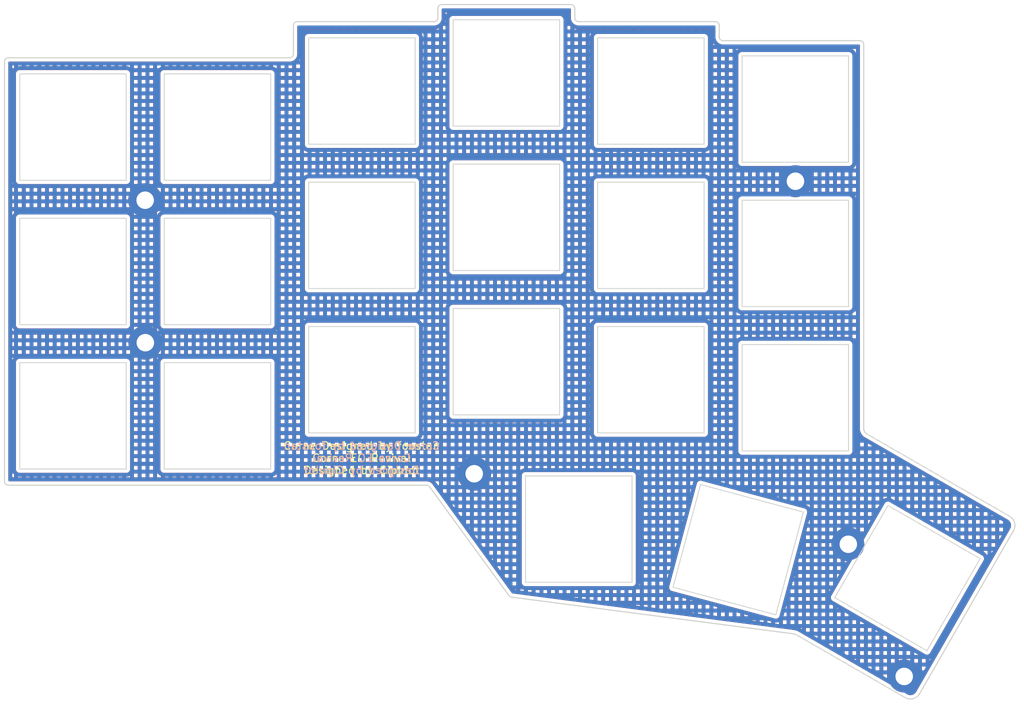
<source format=kicad_pcb>
(kicad_pcb (version 20211014) (generator pcbnew)
  (title_block (title "Corne EC Revival | NIZ Plate") (date "2022-01-28") (rev "1.0") (comment 1 "Copyright © 2021 Cipulot") (comment 2 "MIT License"))
  (layers (0 "F.Cu" signal) (31 "B.Cu" signal) (34 "B.Paste" user) (35 "F.Paste" user) (36 "B.SilkS" user "B.Silkscreen") (37 "F.SilkS" user "F.Silkscreen") (38 "B.Mask" user) (39 "F.Mask" user) (44 "Edge.Cuts" user))
  (net 0 "")
  (net 1 "GNDA")
  (footprint "kbd:SW_Hole" (layer "F.Cu") (at 191.175 78.7)
    (fp_text reference "SW2" hide)
    (fp_text value "KEY_SWITCH" hide)
    (fp_line (start 7 -7) (end -7 -7) (layer "Edge.Cuts") (width 0.12))
    (fp_line (start 7 7) (end 7 -7) (layer "Edge.Cuts") (width 0.12))
    (fp_line (start -7 7) (end 7 7) (layer "Edge.Cuts") (width 0.12))
    (fp_line (start -7 -7) (end -7 7) (layer "Edge.Cuts") (width 0.12))
  )
  (footprint "kbd:SW_Hole" (layer "F.Cu") (at 134.175 57.325)
    (fp_text reference "SW2" hide)
    (fp_text value "KEY_SWITCH" hide)
    (fp_line (start 7 -7) (end -7 -7) (layer "Edge.Cuts") (width 0.12))
    (fp_line (start 7 7) (end 7 -7) (layer "Edge.Cuts") (width 0.12))
    (fp_line (start -7 -7) (end -7 7) (layer "Edge.Cuts") (width 0.12))
    (fp_line (start -7 7) (end 7 7) (layer "Edge.Cuts") (width 0.12))
  )
  (footprint "kbd:SW_Hole" (layer "F.Cu") (at 134.175 76.325)
    (fp_text reference "SW2" hide)
    (fp_text value "KEY_SWITCH" hide)
    (fp_line (start -7 -7) (end -7 7) (layer "Edge.Cuts") (width 0.12))
    (fp_line (start -7 7) (end 7 7) (layer "Edge.Cuts") (width 0.12))
    (fp_line (start 7 7) (end 7 -7) (layer "Edge.Cuts") (width 0.12))
    (fp_line (start 7 -7) (end -7 -7) (layer "Edge.Cuts") (width 0.12))
  )
  (footprint "kbd:M2_Hole_TH" (layer "F.Cu") (at 105.6886 90.45)
    (fp_text reference "" (at 0 -3.2) (layer "F.SilkS"))
    (fp_text value "")
    (pad "" thru_hole circle locked (at 0 0) (size 4.2 4.2) (drill 2.3) (layers *.Cu *.Mask) (net 1 "GNDA"))
  )
  (footprint "kbd:SW_Hole" (layer "F.Cu") (at 183.657 117.694 -15)
    (fp_text reference "SW2" hide)
    (fp_text value "KEY_SWITCH" hide)
    (fp_line (start -7 7) (end 7 7) (layer "Edge.Cuts") (width 0.12))
    (fp_line (start 7 7) (end 7 -7) (layer "Edge.Cuts") (width 0.12))
    (fp_line (start 7 -7) (end -7 -7) (layer "Edge.Cuts") (width 0.12))
    (fp_line (start -7 -7) (end -7 7) (layer "Edge.Cuts") (width 0.12))
  )
  (footprint "kbd:SW_Hole" (layer "F.Cu") (at 115.175 100.075)
    (fp_text reference "SW2" hide)
    (fp_text value "KEY_SWITCH" hide)
    (fp_line (start 7 -7) (end -7 -7) (layer "Edge.Cuts") (width 0.12))
    (fp_line (start -7 7) (end 7 7) (layer "Edge.Cuts") (width 0.12))
    (fp_line (start 7 7) (end 7 -7) (layer "Edge.Cuts") (width 0.12))
    (fp_line (start -7 -7) (end -7 7) (layer "Edge.Cuts") (width 0.12))
  )
  (footprint "kbd:SW_Hole" (layer "F.Cu") (at 172.175 76.325)
    (fp_text reference "SW2" hide)
    (fp_text value "KEY_SWITCH" hide)
    (fp_line (start 7 -7) (end -7 -7) (layer "Edge.Cuts") (width 0.12))
    (fp_line (start 7 7) (end 7 -7) (layer "Edge.Cuts") (width 0.12))
    (fp_line (start -7 -7) (end -7 7) (layer "Edge.Cuts") (width 0.12))
    (fp_line (start -7 7) (end 7 7) (layer "Edge.Cuts") (width 0.12))
  )
  (footprint "kbd:SW_Hole" (layer "F.Cu") (at 162.695 114.985)
    (fp_text reference "SW2" hide)
    (fp_text value "KEY_SWITCH" hide)
    (fp_line (start 7 7) (end 7 -7) (layer "Edge.Cuts") (width 0.12))
    (fp_line (start -7 -7) (end -7 7) (layer "Edge.Cuts") (width 0.12))
    (fp_line (start -7 7) (end 7 7) (layer "Edge.Cuts") (width 0.12))
    (fp_line (start 7 -7) (end -7 -7) (layer "Edge.Cuts") (width 0.12))
  )
  (footprint "kbd:M2_Hole_TH" (layer "F.Cu") (at 105.665 71.7)
    (fp_text reference "" (at 0 -3.2) (layer "F.SilkS"))
    (fp_text value "")
    (pad "" thru_hole circle locked (at 0 0) (size 4.2 4.2) (drill 2.3) (layers *.Cu *.Mask) (net 1 "GNDA"))
  )
  (footprint "kbd:SW_Hole" (layer "F.Cu") (at 153.175 54.95)
    (fp_text reference "SW2" hide)
    (fp_text value "KEY_SWITCH" hide)
    (fp_line (start 7 7) (end 7 -7) (layer "Edge.Cuts") (width 0.12))
    (fp_line (start -7 -7) (end -7 7) (layer "Edge.Cuts") (width 0.12))
    (fp_line (start 7 -7) (end -7 -7) (layer "Edge.Cuts") (width 0.12))
    (fp_line (start -7 7) (end 7 7) (layer "Edge.Cuts") (width 0.12))
  )
  (footprint "kbd:SW_Hole" (layer "F.Cu") (at 134.175 95.325)
    (fp_text reference "SW2" hide)
    (fp_text value "KEY_SWITCH" hide)
    (fp_line (start 7 -7) (end -7 -7) (layer "Edge.Cuts") (width 0.12))
    (fp_line (start -7 7) (end 7 7) (layer "Edge.Cuts") (width 0.12))
    (fp_line (start -7 -7) (end -7 7) (layer "Edge.Cuts") (width 0.12))
    (fp_line (start 7 7) (end 7 -7) (layer "Edge.Cuts") (width 0.12))
  )
  (footprint "kbd:SW_Hole" (layer "F.Cu") (at 96.175 81.075)
    (fp_text reference "SW2" hide)
    (fp_text value "KEY_SWITCH" hide)
    (fp_line (start 7 7) (end 7 -7) (layer "Edge.Cuts") (width 0.12))
    (fp_line (start -7 -7) (end -7 7) (layer "Edge.Cuts") (width 0.12))
    (fp_line (start -7 7) (end 7 7) (layer "Edge.Cuts") (width 0.12))
    (fp_line (start 7 -7) (end -7 -7) (layer "Edge.Cuts") (width 0.12))
  )
  (footprint "kbd:SW_Hole" (layer "F.Cu") (at 96.175 62.075)
    (fp_text reference "SW2" hide)
    (fp_text value "KEY_SWITCH" hide)
    (fp_line (start -7 7) (end 7 7) (layer "Edge.Cuts") (width 0.12))
    (fp_line (start 7 7) (end 7 -7) (layer "Edge.Cuts") (width 0.12))
    (fp_line (start -7 -7) (end -7 7) (layer "Edge.Cuts") (width 0.12))
    (fp_line (start 7 -7) (end -7 -7) (layer "Edge.Cuts") (width 0.12))
  )
  (footprint "kbd:SW_Hole" (layer "F.Cu") (at 115.175 62.075)
    (fp_text reference "SW2" hide)
    (fp_text value "KEY_SWITCH" hide)
    (fp_line (start -7 -7) (end -7 7) (layer "Edge.Cuts") (width 0.12))
    (fp_line (start 7 7) (end 7 -7) (layer "Edge.Cuts") (width 0.12))
    (fp_line (start -7 7) (end 7 7) (layer "Edge.Cuts") (width 0.12))
    (fp_line (start 7 -7) (end -7 -7) (layer "Edge.Cuts") (width 0.12))
  )
  (footprint "kbd:M2_Hole_TH" (layer "F.Cu") (at 191.1886 69.2)
    (fp_text reference "" (at 0 -3.2) (layer "F.SilkS"))
    (fp_text value "")
    (pad "" thru_hole circle locked (at 0 0) (size 4.2 4.2) (drill 2.3) (layers *.Cu *.Mask) (net 1 "GNDA"))
  )
  (footprint "kbd:M2_Hole_TH" (layer "F.Cu") (at 198.14 116.9788)
    (fp_text reference "" (at 0 -3.2) (layer "F.SilkS"))
    (fp_text value "")
    (pad "" thru_hole circle locked (at 0 0) (size 4.2 4.2) (drill 2.3) (layers *.Cu *.Mask) (net 1 "GNDA"))
  )
  (footprint "kbd:SW_Hole" (layer "F.Cu") (at 191.175 97.7)
    (fp_text reference "SW2" hide)
    (fp_text value "KEY_SWITCH" hide)
    (fp_line (start -7 7) (end 7 7) (layer "Edge.Cuts") (width 0.12))
    (fp_line (start 7 -7) (end -7 -7) (layer "Edge.Cuts") (width 0.12))
    (fp_line (start -7 -7) (end -7 7) (layer "Edge.Cuts") (width 0.12))
    (fp_line (start 7 7) (end 7 -7) (layer "Edge.Cuts") (width 0.12))
  )
  (footprint "kbd:SW_Hole" (layer "F.Cu") (at 172.175 57.325)
    (fp_text reference "SW2" hide)
    (fp_text value "KEY_SWITCH" hide)
    (fp_line (start -7 -7) (end -7 7) (layer "Edge.Cuts") (width 0.12))
    (fp_line (start 7 -7) (end -7 -7) (layer "Edge.Cuts") (width 0.12))
    (fp_line (start -7 7) (end 7 7) (layer "Edge.Cuts") (width 0.12))
    (fp_line (start 7 7) (end 7 -7) (layer "Edge.Cuts") (width 0.12))
  )
  (footprint "kbd:SW_Hole" (layer "F.Cu") (at 153.175 92.95)
    (fp_text reference "SW2" hide)
    (fp_text value "KEY_SWITCH" hide)
    (fp_line (start -7 7) (end 7 7) (layer "Edge.Cuts") (width 0.12))
    (fp_line (start 7 -7) (end -7 -7) (layer "Edge.Cuts") (width 0.12))
    (fp_line (start 7 7) (end 7 -7) (layer "Edge.Cuts") (width 0.12))
    (fp_line (start -7 -7) (end -7 7) (layer "Edge.Cuts") (width 0.12))
  )
  (footprint "kbd:SW_Hole" (layer "F.Cu") (at 191.175 59.7)
    (fp_text reference "SW2" hide)
    (fp_text value "KEY_SWITCH" hide)
    (fp_line (start 7 7) (end 7 -7) (layer "Edge.Cuts") (width 0.12))
    (fp_line (start -7 -7) (end -7 7) (layer "Edge.Cuts") (width 0.12))
    (fp_line (start -7 7) (end 7 7) (layer "Edge.Cuts") (width 0.12))
    (fp_line (start 7 -7) (end -7 -7) (layer "Edge.Cuts") (width 0.12))
  )
  (footprint "kbd:SW_Hole" (layer "F.Cu") (at 153.175 73.95)
    (fp_text reference "SW2" hide)
    (fp_text value "KEY_SWITCH" hide)
    (fp_line (start 7 7) (end 7 -7) (layer "Edge.Cuts") (width 0.12))
    (fp_line (start -7 7) (end 7 7) (layer "Edge.Cuts") (width 0.12))
    (fp_line (start 7 -7) (end -7 -7) (layer "Edge.Cuts") (width 0.12))
    (fp_line (start -7 -7) (end -7 7) (layer "Edge.Cuts") (width 0.12))
  )
  (footprint "kbd:M2_Hole_TH" (layer "F.Cu") (at 205.49 134.3788)
    (fp_text reference "" (at 0 -3.2) (layer "F.SilkS"))
    (fp_text value "")
    (pad "" thru_hole circle locked (at 0 0) (size 4.2 4.2) (drill 2.3) (layers *.Cu *.Mask) (net 1 "GNDA"))
  )
  (footprint "kbd:SW_Hole" (layer "F.Cu") (at 205.915 121.435 -30)
    (fp_text reference "SW2" hide)
    (fp_text value "KEY_SWITCH" hide)
    (fp_line (start 7 7) (end 7 -7) (layer "Edge.Cuts") (width 0.12))
    (fp_line (start 7 -7) (end -7 -7) (layer "Edge.Cuts") (width 0.12))
    (fp_line (start -7 -7) (end -7 7) (layer "Edge.Cuts") (width 0.12))
    (fp_line (start -7 7) (end 7 7) (layer "Edge.Cuts") (width 0.12))
  )
  (footprint "kbd:SW_Hole" (layer "F.Cu") (at 115.175 81.075)
    (fp_text reference "SW2" hide)
    (fp_text value "KEY_SWITCH" hide)
    (fp_line (start 7 -7) (end -7 -7) (layer "Edge.Cuts") (width 0.12))
    (fp_line (start 7 7) (end 7 -7) (layer "Edge.Cuts") (width 0.12))
    (fp_line (start -7 7) (end 7 7) (layer "Edge.Cuts") (width 0.12))
    (fp_line (start -7 -7) (end -7 7) (layer "Edge.Cuts") (width 0.12))
  )
  (footprint "kbd:SW_Hole" (layer "F.Cu") (at 96.175 100.075)
    (fp_text reference "SW2" hide)
    (fp_text value "KEY_SWITCH" hide)
    (fp_line (start 7 -7) (end -7 -7) (layer "Edge.Cuts") (width 0.12))
    (fp_line (start 7 7) (end 7 -7) (layer "Edge.Cuts") (width 0.12))
    (fp_line (start -7 7) (end 7 7) (layer "Edge.Cuts") (width 0.12))
    (fp_line (start -7 -7) (end -7 7) (layer "Edge.Cuts") (width 0.12))
  )
  (footprint "kbd:M2_Hole_TH" (layer "F.Cu") (at 148.9386 107.7)
    (fp_text reference "" (at 0 -3.2) (layer "F.SilkS"))
    (fp_text value "")
    (pad "" thru_hole circle locked (at 0 0) (size 4.2 4.2) (drill 2.3) (layers *.Cu *.Mask) (net 1 "GNDA"))
  )
  (footprint "kbd:SW_Hole" (layer "F.Cu") (at 172.175 95.325)
    (fp_text reference "SW2" hide)
    (fp_text value "KEY_SWITCH" hide)
    (fp_line (start -7 -7) (end -7 7) (layer "Edge.Cuts") (width 0.12))
    (fp_line (start -7 7) (end 7 7) (layer "Edge.Cuts") (width 0.12))
    (fp_line (start 7 7) (end 7 -7) (layer "Edge.Cuts") (width 0.12))
    (fp_line (start 7 -7) (end -7 -7) (layer "Edge.Cuts") (width 0.12))
  )
  (gr_arc (start 144.165 46.45) (mid 144.311447 46.096447) (end 144.665 45.95) (layer "Edge.Cuts") (width 0.15))
  (gr_arc (start 200.515 102.425) (mid 200.261093 102.13374) (end 200.162282 101.760192) (layer "Edge.Cuts") (width 0.15))
  (gr_arc (start 125.165 52.45) (mid 125.018553 52.803553) (end 124.665 52.95) (layer "Edge.Cuts") (width 0.15))
  (gr_arc (start 87.665 109.2) (mid 87.311447 109.053553) (end 87.165 108.7) (layer "Edge.Cuts") (width 0.15))
  (gr_line (start 219.435509 113.346988) (end 200.515 102.425) (layer "Edge.Cuts") (width 0.15))
  (gr_line (start 142.665 109.2) (end 87.665 109.2) (layer "Edge.Cuts") (width 0.15))
  (gr_arc (start 144.165 47.7) (mid 144.018553 48.053553) (end 143.665 48.2) (layer "Edge.Cuts") (width 0.15))
  (gr_arc (start 162.665 48.2) (mid 162.311447 48.053553) (end 162.165 47.7) (layer "Edge.Cuts") (width 0.15))
  (gr_arc (start 161.665 45.95) (mid 162.018553 46.096447) (end 162.165 46.45) (layer "Edge.Cuts") (width 0.15))
  (gr_line (start 153.915 123.95) (end 190.585556 128.720344) (layer "Edge.Cuts") (width 0.15))
  (gr_line (start 162.165 47.7) (end 162.165 46.45) (layer "Edge.Cuts") (width 0.15))
  (gr_line (start 125.165 48.7) (end 125.165 52.45) (layer "Edge.Cuts") (width 0.15))
  (gr_line (start 191.24 128.85) (end 205.534251 137.110956) (layer "Edge.Cuts") (width 0.15))
  (gr_arc (start 180.665 48.2) (mid 181.018553 48.346447) (end 181.165 48.7) (layer "Edge.Cuts") (width 0.15))
  (gr_line (start 124.665 52.95) (end 87.665 52.95) (layer "Edge.Cuts") (width 0.15))
  (gr_arc (start 142.665 109.2) (mid 142.856342 109.23806) (end 143.018553 109.346447) (layer "Edge.Cuts") (width 0.15))
  (gr_line (start 87.165 53.45) (end 87.165 108.7) (layer "Edge.Cuts") (width 0.15))
  (gr_arc (start 125.165 48.7) (mid 125.311447 48.346447) (end 125.665 48.2) (layer "Edge.Cuts") (width 0.15))
  (gr_arc (start 181.665 50.7) (mid 181.311447 50.553553) (end 181.165 50.2) (layer "Edge.Cuts") (width 0.15))
  (gr_line (start 143.665 48.2) (end 125.665 48.2) (layer "Edge.Cuts") (width 0.15))
  (gr_arc (start 207.462263 136.731465) (mid 206.577069 137.321617) (end 205.534251 137.110956) (layer "Edge.Cuts") (width 0.15))
  (gr_line (start 200.165 51.2) (end 200.162282 101.760192) (layer "Edge.Cuts") (width 0.15))
  (gr_arc (start 190.585556 128.720344) (mid 190.915952 128.769149) (end 191.24 128.85) (layer "Edge.Cuts") (width 0.15))
  (gr_arc (start 219.435509 113.346988) (mid 220.025661 114.232182) (end 219.815 115.275) (layer "Edge.Cuts") (width 0.15))
  (gr_arc (start 87.165 53.45) (mid 87.311447 53.096447) (end 87.665 52.95) (layer "Edge.Cuts") (width 0.15))
  (gr_line (start 143.018553 109.346447) (end 153.561447 123.803553) (layer "Edge.Cuts") (width 0.15))
  (gr_line (start 180.665 48.2) (end 162.665 48.2) (layer "Edge.Cuts") (width 0.15))
  (gr_arc (start 199.665 50.7) (mid 200.018553 50.846447) (end 200.165 51.2) (layer "Edge.Cuts") (width 0.15))
  (gr_line (start 161.665 45.95) (end 144.665 45.95) (layer "Edge.Cuts") (width 0.15))
  (gr_arc (start 153.915 123.95) (mid 153.723658 123.91194) (end 153.561447 123.803553) (layer "Edge.Cuts") (width 0.15))
  (gr_line (start 199.665 50.7) (end 181.665 50.7) (layer "Edge.Cuts") (width 0.15))
  (gr_line (start 181.165 50.2) (end 181.165 48.7) (layer "Edge.Cuts") (width 0.15))
  (gr_line (start 144.165 46.45) (end 144.165 47.7) (layer "Edge.Cuts") (width 0.15))
  (gr_line (start 207.462263 136.731465) (end 219.815 115.275) (layer "Edge.Cuts") (width 0.15))
  (gr_text "Corne Designed by foostan\nCorne EC Revival\nDesigned by Cipulot" (at 134.14 105.6288) (layer "B.SilkS") (effects (font (size 1 1)) (justify mirror)))
  (gr_text "Corne Designed by foostan\nCorne EC Revival\nDesigned by Cipulot" (at 134.14 105.6288) (layer "F.SilkS") (effects (font (size 1 1))))
  (zone (net 1) (net_name "GNDA") (layers F&B.Cu) (connect_pads yes (clearance 0.508)) (min_thickness 0.254) (fill yes (mode hatch) (thermal_gap 0.508) (thermal_bridge_width 0.508) (hatch_thickness 0.508) (hatch_gap 0.508) (hatch_orientation 0) (hatch_border_algorithm hatch_thickness) (hatch_min_hole_area 0.3))
    (polygon (pts (xy 162.715 47.8038) (xy 181.74 47.8038) (xy 181.74 50.1538) (xy 200.715 50.1538) (xy 200.715 101.6288) (xy 221.265 113.5788) (xy 206.89 138.4038) (xy 191.04 129.2288) (xy 153.49 124.3538) (xy 142.815 109.5788) (xy 86.665 109.5788) (xy 86.665 52.5288) (xy 124.665 52.5288) (xy 124.665 47.7788) (xy 143.665 47.7788) (xy 143.665 45.4038) (xy 162.715 45.4038)))
  )
)
</source>
